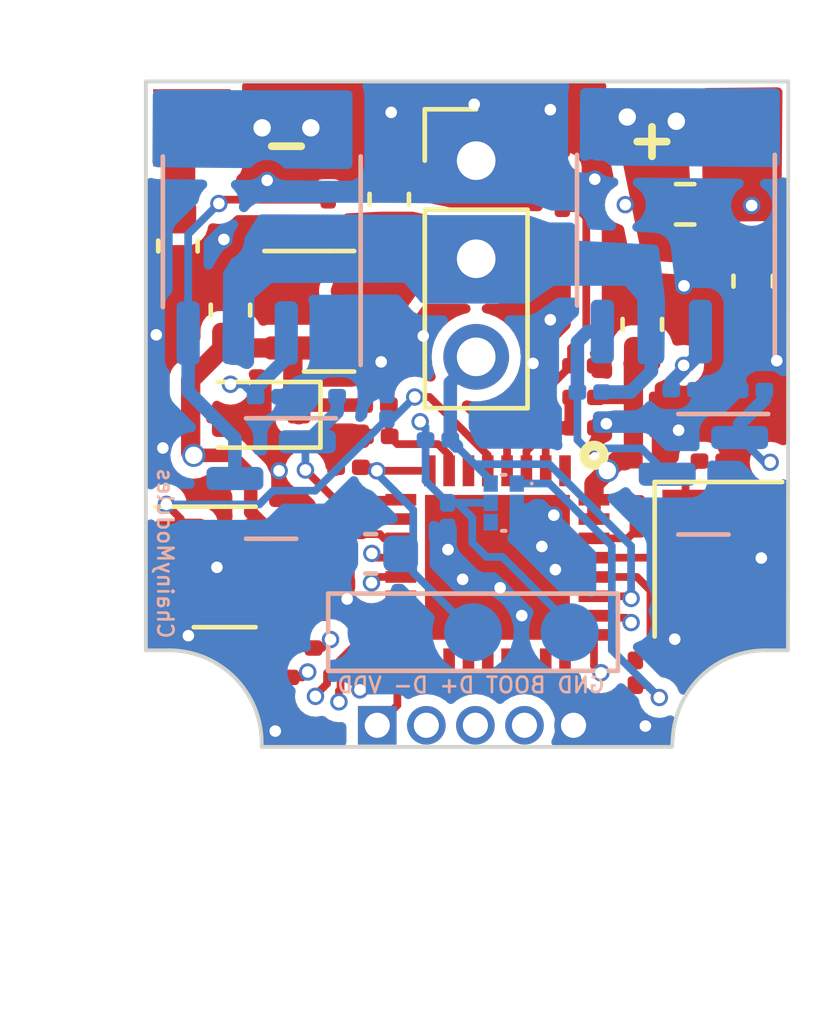
<source format=kicad_pcb>
(kicad_pcb (version 20221018) (generator pcbnew)
  (layers (0 "F.Cu" signal) (1 "In1.Cu" signal) (2 "In2.Cu" signal) (31 "B.Cu" signal) (34 "B.Paste" user) (35 "F.Paste" user) (36 "B.SilkS" user "B.Silkscreen") (37 "F.SilkS" user "F.Silkscreen") (38 "B.Mask" user) (39 "F.Mask" user) (44 "Edge.Cuts" user))
  (net 0 "")
  (net 1 "REF")
  (net 2 "GND")
  (net 3 "+3V3")
  (net 4 "Net-(IC1-VDD3P3_1)")
  (net 5 "Net-(C15-Pad1)")
  (net 6 "VIN")
  (net 7 "AG1")
  (net 8 "G1")
  (net 9 "AG2")
  (net 10 "G3")
  (net 11 "G2")
  (net 12 "G4")
  (net 13 "POT")
  (net 14 "BOOT")
  (net 15 "VM")
  (net 16 "AMP")
  (net 17 "XTAL_N")
  (net 18 "Net-(U5--)")
  (net 19 "Net-(U5-+)")
  (net 20 "Net-(IC1-CHIP_EN)")
  (net 21 "RX")
  (net 22 "USB_D+")
  (net 23 "USB_D-")
  (net 24 "unconnected-(IC1-VDD_SPI-Pad18)")
  (net 25 "Net-(IC2-1A)")
  (net 26 "XTAL_P")
  (net 27 "TX")
  (net 30 "M-")
  (net 35 "M+")
  (net 40 "Net-(J1-Pin_1)")
  (footprint "Connector_PinHeader_2.54mm:PinHeader_1x03_P2.54mm_Vertical" (layer "F.Cu") (at 145.08 89.33)
    (fp_text reference "J3" hide)
    (fp_text value "Conn_01x03_Female")
  )
  (footprint "Capacitor_SMD:C_0201_0603Metric" (layer "F.Cu") (at 141.775 97.27 180)
    (fp_text reference "C19" hide)
    (fp_text value "100nF")
  )
  (footprint "CustomLib:Conn_pad_2x2mm" (layer "F.Cu") (at 137.72 85.43)
    (fp_text reference "J5" hide)
    (fp_text value "M-")
  )
  (footprint "Resistor_SMD:R_0201_0603Metric" (layer "F.Cu") (at 141 99.19 -90)
    (fp_text reference "R10" hide)
    (fp_text value "22k")
  )
  (footprint "Inductor_SMD:L_0201_0603Metric" (layer "F.Cu") (at 147.86 95.46 180)
    (fp_text reference "L1" hide)
    (fp_text value "2nH")
  )
  (footprint "Resistor_SMD:R_0603_1608Metric" (layer "F.Cu") (at 150.49 90.46)
    (fp_text reference "R13" hide)
    (fp_text value "68m")
  )
  (footprint "Capacitor_SMD:C_0201_0603Metric" (layer "F.Cu") (at 150.46 102.18 180)
    (fp_text reference "C16" hide)
    (fp_text value "16pF")
  )
  (footprint "Capacitor_SMD:C_0201_0603Metric" (layer "F.Cu") (at 141.76 99.19 -90)
    (fp_text reference "C10" hide)
    (fp_text value "100nF")
  )
  (footprint "Connector_PinHeader_1.27mm:PinHeader_1x05_P1.27mm_Vertical" (layer "F.Cu") (at 142.52 103.95 90)
    (fp_text reference "J4" hide)
    (fp_text value "Conn_01x05_Female")
  )
  (footprint "Resistor_SMD:R_0201_0603Metric" (layer "F.Cu") (at 139.95 102.71)
    (fp_text reference "R14" hide)
    (fp_text value "33R")
  )
  (footprint "Resistor_SMD:R_0201_0603Metric" (layer "F.Cu") (at 141.25 90.66 90)
    (fp_text reference "R1" hide)
    (fp_text value "1k")
  )
  (footprint "Capacitor_SMD:C_0201_0603Metric" (layer "F.Cu") (at 149.48 97.1)
    (fp_text reference "C11" hide)
    (fp_text value "10nF")
  )
  (footprint "Capacitor_SMD:C_0201_0603Metric" (layer "F.Cu") (at 147.86 96.25)
    (fp_text reference "C14" hide)
    (fp_text value "100nF")
  )
  (footprint "Capacitor_SMD:C_0201_0603Metric" (layer "F.Cu") (at 147.855 94.64)
    (fp_text reference "C1" hide)
    (fp_text value "100nF")
  )
  (footprint "Capacitor_SMD:C_0201_0603Metric" (layer "F.Cu") (at 139.09 101.95 180)
    (fp_text reference "C8" hide)
    (fp_text value "100nF")
  )
  (footprint "Capacitor_SMD:C_0201_0603Metric" (layer "F.Cu") (at 149.46 95.51)
    (fp_text reference "C13" hide)
    (fp_text value "100nF")
  )
  (footprint "Resistor_SMD:R_0201_0603Metric" (layer "F.Cu") (at 147.31 89.335 90)
    (fp_text reference "R16" hide)
    (fp_text value "7k5")
  )
  (footprint "Resistor_SMD:R_0201_0603Metric" (layer "F.Cu") (at 140.55 101.95)
    (fp_text reference "R12" hide)
    (fp_text value "33R")
  )
  (footprint "Diode_SMD:D_SOD-323" (layer "F.Cu") (at 139.44 95.91 180)
    (fp_text reference "D1" hide)
    (fp_text value "BSD3C031V")
  )
  (footprint "Capacitor_SMD:C_0201_0603Metric" (layer "F.Cu") (at 149.46 96.3)
    (fp_text reference "C12" hide)
    (fp_text value "1uF")
  )
  (footprint "Capacitor_SMD:C_0201_0603Metric" (layer "F.Cu") (at 142.72 102.86 180)
    (fp_text reference "C2" hide)
    (fp_text value "100nF")
  )
  (footprint "Resistor_SMD:R_0201_0603Metric" (layer "F.Cu") (at 149.25 98.54 90)
    (fp_text reference "R17" hide)
    (fp_text value "0R")
  )
  (footprint "Resistor_SMD:R_0201_0603Metric" (layer "F.Cu") (at 147.31 90.88 90)
    (fp_text reference "R15" hide)
    (fp_text value "22k")
  )
  (footprint "Resistor_SMD:R_0201_0603Metric" (layer "F.Cu") (at 141.4 100.29)
    (fp_text reference "R11" hide)
    (fp_text value "22k")
  )
  (footprint "Capacitor_SMD:C_0603_1608Metric" (layer "F.Cu") (at 152.25 92.45 -90)
    (fp_text reference "C4" hide)
    (fp_text value "27nF")
  )
  (footprint "Package_TO_SOT_SMD:SOT-23-6" (layer "F.Cu") (at 138.57 99.85)
    (fp_text reference "U5" hide)
    (fp_text value "INA181A1IDBVR")
  )
  (footprint "Capacitor_SMD:C_0201_0603Metric" (layer "F.Cu") (at 142.52 96.47 180)
    (fp_text reference "C17" hide)
    (fp_text value "100nF")
  )
  (footprint "ESP32-C3FH4:QFN50P500X500X90-33N-D" (layer "F.Cu") (at 145.63 99.86 -90)
    (fp_text reference "IC1" hide)
    (fp_text value "ESP32-C3FH4" hide)
  )
  (footprint "Package_TO_SOT_SMD:SOT-23" (layer "F.Cu") (at 141.2725 93.23)
    (fp_text reference "U4" hide)
    (fp_text value "H7233-1")
  )
  (footprint "CustomLib:Conn_pad_2x2mm" (layer "F.Cu") (at 151.96 85.42)
    (fp_text reference "J1" hide)
    (fp_text value "M+")
  )
  (footprint "Capacitor_SMD:C_0603_1608Metric" (layer "F.Cu") (at 149.38 93.57 90)
    (fp_text reference "C21" hide)
    (fp_text value "2.2uF")
  )
  (footprint "Capacitor_SMD:C_0603_1608Metric" (layer "F.Cu") (at 142.83 90.33 90)
    (fp_text reference "C5" hide)
    (fp_text value "2.2uF")
  )
  (footprint "Capacitor_SMD:C_0201_0603Metric" (layer "F.Cu") (at 138.925 97.67 180)
    (fp_text reference "C9" hide)
    (fp_text value "100nF")
  )
  (footprint "Crystal:Crystal_SMD_3225-4Pin_3.2x2.5mm" (layer "F.Cu") (at 151.35 99.65 -90)
    (fp_text reference "Y1" hide)
    (fp_text value "Crystal_GND23")
  )
  (footprint "Capacitor_SMD:C_0201_0603Metric" (layer "F.Cu") (at 151.18 97.11)
    (fp_text reference "C15" hide)
    (fp_text value "16pF")
  )
  (footprint "Capacitor_SMD:C_0603_1608Metric" (layer "F.Cu") (at 137.36 91.54 -90)
    (fp_text reference "C3" hide)
    (fp_text value "27nF")
  )
  (footprint "Resistor_SMD:R_0201_0603Metric" (layer "F.Cu") (at 149.2 102.59 -90)
    (fp_text reference "R18" hide)
    (fp_text value "499R")
  )
  (footprint "Resistor_SMD:R_0201_0603Metric" (layer "F.Cu") (at 142.5 95.66 180)
    (fp_text reference "R19" hide)
    (fp_text value "22k")
  )
  (footprint "Capacitor_SMD:C_0201_0603Metric" (layer "F.Cu") (at 141.39 101.05)
    (fp_text reference "C7" hide)
    (fp_text value "100nF")
  )
  (footprint "Capacitor_SMD:C_0603_1608Metric" (layer "F.Cu") (at 138.72 93.2 90)
    (fp_text reference "C6" hide)
    (fp_text value "2.2uF")
  )
  (footprint "Resistor_SMD:R_0201_0603Metric" (layer "B.Cu") (at 148.02 95.32 180)
    (fp_text reference "R3" hide)
    (fp_text value "1k")
  )
  (footprint "Package_TO_SOT_SMD:SOT-23" (layer "B.Cu") (at 139.7725 97.56 180)
    (fp_text reference "Q1" hide)
    (fp_text value "BSS138")
  )
  (footprint "74LVC2G07GM:PESD3V3L5UF115" (layer "B.Cu") (at 145.793 98.19 -90)
    (fp_text reference "IC2" hide)
    (fp_text value "74LVC2G07GM,132" hide)
  )
  (footprint "Package_SO:SOP-8_3.9x4.9mm_P1.27mm" (layer "B.Cu") (at 139.53 91.17 90)
    (fp_text reference "U1" hide)
    (fp_text value "WSP4606A")
  )
  (footprint "Capacitor_SMD:C_0201_0603Metric" (layer "B.Cu") (at 142.77 95.7 90)
    (fp_text reference "C20" hide)
    (fp_text value "100nF")
  )
  (footprint "Resistor_SMD:R_0201_0603Metric" (layer "B.Cu") (at 139.69 95.44)
    (fp_text reference "R2" hide)
    (fp_text value "22k")
  )
  (footprint "Resistor_SMD:R_0201_0603Metric" (layer "B.Cu") (at 150.45 95.26)
    (fp_text reference "R4" hide)
    (fp_text value "22k")
  )
  (footprint "Resistor_SMD:R_0201_0603Metric" (layer "B.Cu") (at 144.09 96.56 180)
    (fp_text reference "R7" hide)
    (fp_text value "10k")
  )
  (footprint "Resistor_SMD:R_0201_0603Metric" (layer "B.Cu") (at 141.16 95.44 180)
    (fp_text reference "R5" hide)
    (fp_text value "22k")
  )
  (footprint "Capacitor_SMD:C_0201_0603Metric" (layer "B.Cu") (at 144.34 98.51 -90)
    (fp_text reference "C18" hide)
    (fp_text value "100nF")
  )
  (footprint "Capacitor_SMD:C_0603_1608Metric" (layer "B.Cu") (at 142.35 99.51 180)
    (fp_text reference "C22" hide)
    (fp_text value "2.2uF")
  )
  (footprint "Package_TO_SOT_SMD:SOT-23" (layer "B.Cu") (at 150.9625 97.45 180)
    (fp_text reference "Q2" hide)
    (fp_text value "BSS138")
  )
  (footprint "Package_SO:SOP-8_3.9x4.9mm_P1.27mm" (layer "B.Cu") (at 150.25 91.13 90)
    (fp_text reference "U2" hide)
    (fp_text value "WSP4606A")
  )
  (footprint "Resistor_SMD:R_0201_0603Metric" (layer "B.Cu") (at 152.22 95.28 180)
    (fp_text reference "R6" hide)
    (fp_text value "22k")
  )
  (footprint "Connector:Pad_3_potentiometer" (layer "B.Cu") (at 145 97.54 180)
    (fp_text reference "J2" hide)
    (fp_text value "Conn_01x03_Female" hide)
  )
  (gr_line (start 150.15 104.51) (end 150.17 104.26) (stroke (width 0.1)) (layer "Edge.Cuts"))
  (gr_line (start 137.143671 102.008972) (end 136.53 102.01) (stroke (width 0.1)) (layer "Edge.Cuts"))
  (gr_line (start 139.523671 104.258972) (end 139.53 104.51) (stroke (width 0.1)) (layer "Edge.Cuts"))
  (gr_line (start 153.16 87.28) (end 153.15 102.01) (stroke (width 0.1)) (layer "Edge.Cuts"))
  (gr_arc (start 150.17 104.26) (mid 150.916828 102.666222) (end 152.55 102.01) (stroke (width 0.1)) (layer "Edge.Cuts"))
  (gr_line (start 153.15 102.01) (end 152.55 102.01) (stroke (width 0.1)) (layer "Edge.Cuts"))
  (gr_line (start 136.53 87.28) (end 136.53 102.01) (stroke (width 0.1)) (layer "Edge.Cuts"))
  (gr_arc (start 137.143671 102.008972) (mid 138.776843 102.665194) (end 139.523671 104.258972) (stroke (width 0.1)) (layer "Edge.Cuts"))
  (gr_line (start 136.53 87.28) (end 153.16 87.28) (stroke (width 0.1)) (layer "Edge.Cuts"))
  (gr_line (start 139.53 104.51) (end 150.15 104.51) (stroke (width 0.1)) (layer "Edge.Cuts"))
  (gr_text "ChainyModules" (at 137.03 99.5 270) (layer "B.SilkS") (effects (font (size 0.4 0.4) (thickness 0.07) bold) (justify mirror)))
  (gr_text "GND BOOT D+ D- VDD  " (at 144.64 102.91) (layer "B.SilkS") (effects (font (size 0.4 0.4) (thickness 0.07) bold) (justify mirror)))
  (gr_text "-" (at 139.42 89.47) (layer "F.SilkS") (effects (font (size 1 1) (thickness 0.2) bold) (justify left bottom)))
  (gr_text "+" (at 148.88 89.35) (layer "F.SilkS") (effects (font (size 1 1) (thickness 0.2) bold) (justify left bottom)))
  (segment (start 141 100.98) (end 141.07 101.05) (width 0.35) (layer "F.Cu") (net 1))
  (segment (start 139.7075 99.85) (end 140.66 99.85) (width 0.35) (layer "F.Cu") (net 1))
  (segment (start 140.64 99.85) (end 141.08 100.29) (width 0.35) (layer "F.Cu") (net 1))
  (segment (start 139.7075 99.85) (end 140.64 99.85) (width 0.35) (layer "F.Cu") (net 1))
  (segment (start 141 99.51) (end 141 100.98) (width 0.35) (layer "F.Cu") (net 1))
  (segment (start 140.66 99.85) (end 141 99.51) (width 0.35) (layer "F.Cu") (net 1))
  (segment (start 138.36 99.85) (end 138.37 99.86) (width 0.35) (layer "F.Cu") (net 2))
  (segment (start 141.455 97.27) (end 141.455 97.07) (width 0.2) (layer "F.Cu") (net 2))
  (segment (start 150.14 101.64) (end 150.22 101.72) (width 0.2) (layer "F.Cu") (net 2))
  (segment (start 141.76 100.7) (end 141.76 101) (width 0.35) (layer "F.Cu") (net 2))
  (segment (start 152.2 98.55) (end 152.2 97.81) (width 0.2) (layer "F.Cu") (net 2))
  (segment (start 150.5 100.75) (end 150.14 101.11) (width 0.2) (layer "F.Cu") (net 2))
  (segment (start 150.14 101.8) (end 150.14 102.18) (width 0.2) (layer "F.Cu") (net 2))
  (segment (start 149.8 97.1) (end 149.8 95.53) (width 0.35) (layer "F.Cu") (net 2))
  (segment (start 142.055 96.47) (end 142.2 96.47) (width 0.2) (layer "F.Cu") (net 2))
  (segment (start 142.242724 102.86) (end 142.069905 103.032819) (width 0.2) (layer "F.Cu") (net 2))
  (segment (start 150.22 101.72) (end 150.14 101.8) (width 0.2) (layer "F.Cu") (net 2))
  (segment (start 140.54 96.47) (end 139.98 97.03) (width 0.2) (layer "F.Cu") (net 2))
  (segment (start 149.8 95.53) (end 149.78 95.51) (width 0.35) (layer "F.Cu") (net 2))
  (segment (start 142.4 102.86) (end 142.242724 102.86) (width 0.2) (layer "F.Cu") (net 2))
  (segment (start 142.2 96.47) (end 140.54 96.47) (width 0.2) (layer "F.Cu") (net 2))
  (segment (start 148.31 96.25) (end 148.18 96.25) (width 0.2) (layer "F.Cu") (net 2))
  (segment (start 141.76 100.66) (end 141.74 100.68) (width 0.35) (layer "F.Cu") (net 2))
  (segment (start 148.09 96.25) (end 148.45 96.14) (width 0.2) (layer "F.Cu") (net 2))
  (segment (start 141.74 100.68) (end 141.76 100.7) (width 0.35) (layer "F.Cu") (net 2))
  (segment (start 148.2 96.25) (end 148.09 96.25) (width 0.2) (layer "F.Cu") (net 2))
  (segment (start 152.46 98.81) (end 152.2 98.55) (width 0.2) (layer "F.Cu") (net 2))
  (segment (start 150.14 101.11) (end 150.14 101.64) (width 0.2) (layer "F.Cu") (net 2))
  (segment (start 141.455 97.07) (end 142.055 96.47) (width 0.2) (layer "F.Cu") (net 2))
  (segment (start 137.4325 99.85) (end 138.36 99.85) (width 0.35) (layer "F.Cu") (net 2))
  (segment (start 141.76 101) (end 141.71 101.05) (width 0.35) (layer "F.Cu") (net 2))
  (segment (start 141.76 99.51) (end 141.76 100.66) (width 0.35) (layer "F.Cu") (net 2))
  (segment (start 152.2 97.81) (end 151.5 97.11) (width 0.2) (layer "F.Cu") (net 2))
  (segment (start 139.98 97.03) (end 139.98 97.36) (width 0.2) (layer "F.Cu") (net 2))
  (segment (start 148.45 96.14) (end 148.31 96.25) (width 0.2) (layer "F.Cu") (net 2))
  (segment (start 152.46 99.62) (end 152.46 98.81) (width 0.2) (layer "F.Cu") (net 2))
  (via (at 147.09 98.51) (size 0.45) (drill 0.3) (layers "F.Cu" "B.Cu") (net 2))
  (via (at 142.069905 103.032819) (size 0.45) (drill 0.3) (layers "F.Cu" "B.Cu") (net 2))
  (via (at 144.35 99.4) (size 0.45) (drill 0.3) (layers "F.Cu" "B.Cu") (net 2))
  (via (at 136.97 96.77) (size 0.45) (drill 0.3) (layers "F.Cu" "B.Cu") (net 2))
  (via (at 144.73 100.17) (size 0.45) (drill 0.3) (layers "F.Cu" "B.Cu") (net 2))
  (via (at 137.63 101.63) (size 0.45) (drill 0.3) (layers "F.Cu" "B.Cu") (net 2))
  (via (at 145.03 87.87) (size 0.45) (drill 0.3) (layers "F.Cu" "B.Cu") (net 2))
  (via (at 138.37 99.86) (size 0.45) (drill 0.3) (layers "F.Cu" "B.Cu") (net 2))
  (via (at 150.22 101.72) (size 0.45) (drill 0.3) (layers "F.Cu" "B.Cu") (net 2))
  (via (at 150.46 92.57) (size 0.45) (drill 0.3) (layers "F.Cu" "B.Cu") (net 2))
  (via (at 147 93.45) (size 0.45) (drill 0.3) (layers "F.Cu" "B.Cu") (net 2))
  (via (at 147 88.01) (size 0.45) (drill 0.3) (layers "F.Cu" "B.Cu") (net 2))
  (via (at 149.46 103.97) (size 0.45) (drill 0.3) (layers "F.Cu" "B.Cu") (net 2))
  (via (at 142.62 94.54) (size 0.45) (drill 0.3) (layers "F.Cu" "B.Cu") (net 2))
  (via (at 139.67 89.84) (size 0.45) (drill 0.3) (layers "F.Cu" "B.Cu") (net 2))
  (via (at 136.8 93.84) (size 0.45) (drill 0.3) (layers "F.Cu" "B.Cu") (net 2))
  (via (at 152.86 94.51) (size 0.45) (drill 0.3) (layers "F.Cu" "B.Cu") (net 2))
  (via (at 139.98 97.36) (size 0.45) (drill 0.3) (layers "F.Cu" "B.Cu") (net 2))
  (via (at 146.78 99.32) (size 0.45) (drill 0.3) (layers "F.Cu" "B.Cu") (net 2))
  (via (at 143.71 93.87) (size 0.45) (drill 0.3) (layers "F.Cu" "B.Cu") (net 2))
  (via (at 146.26 101.11) (size 0.45) (drill 0.3) (layers "F.Cu" "B.Cu") (net 2))
  (via (at 148.15 89.81) (size 0.45) (drill 0.3) (layers "F.Cu" "B.Cu") (net 2))
  (via (at 142.88 88.08) (size 0.45) (drill 0.3) (layers "F.Cu" "B.Cu") (net 2))
  (via (at 141.74 100.68) (size 0.45) (drill 0.3) (layers "F.Cu" "B.Cu") (net 2))
  (via (at 147.13 99.92) (size 0.45) (drill 0.3) (layers "F.Cu" "B.Cu") (net 2))
  (via (at 148.45 96.14) (size 0.45) (drill 0.3) (layers "F.Cu" "B.Cu") (net 2))
  (via (at 152.46 99.62) (size 0.45) (drill 0.3) (layers "F.Cu" "B.Cu") (net 2))
  (via (at 139.88 104.1) (size 0.45) (drill 0.3) (layers "F.Cu" "B.Cu") (net 2))
  (via (at 138.55 91.37) (size 0.45) (drill 0.3) (layers "F.Cu" "B.Cu") (net 2))
  (via (at 146.55 94.58) (size 0.45) (drill 0.3) (layers "F.Cu" "B.Cu") (net 2))
  (via (at 145.7 100.39) (size 0.45) (drill 0.3) (layers "F.Cu" "B.Cu") (net 2))
  (via (at 150.32 96.31) (size 0.45) (drill 0.3) (layers "F.Cu" "B.Cu") (net 2))
  (segment (start 141.435 93.795) (end 141.435 94.425) (width 0.35) (layer "B.Cu") (net 2))
  (segment (start 144.35 99.4) (end 144.28 99.63) (width 0.2) (layer "B.Cu") (net 2))
  (segment (start 142.62 94.98) (end 142.62 94.54) (width 0.35) (layer "B.Cu") (net 2))
  (segment (start 149.129151 104.300849) (end 149.46 103.97) (width 0.2) (layer "B.Cu") (net 2))
  (segment (start 140.84 95.02) (end 140.84 95.44) (width 0.35) (layer "B.Cu") (net 2))
  (segment (start 146.23 98.29) (end 146.23 98.59) (width 0.2) (layer "B.Cu") (net 2))
  (segment (start 147.950849 104.300849) (end 149.129151 104.300849) (width 0.2) (layer "B.Cu") (net 2))
  (segment (start 140.01 95.44) (end 140.84 95.44) (width 0.35) (layer "B.Cu") (net 2))
  (segment (start 146.13 98.69) (end 146.31 98.51) (width 0.2) (layer "B.Cu") (net 2))
  (segment (start 146.13 98.19) (end 146.23 98.29) (width 0.2) (layer "B.Cu") (net 2))
  (segment (start 150.77 95.26) (end 151.88 95.26) (width 0.35) (layer "B.Cu") (net 2))
  (segment (start 147.6 103.95) (end 147.950849 104.300849) (width 0.2) (layer "B.Cu") (net 2))
  (segment (start 146.23 98.59) (end 146.13 98.69) (width 0.2) (layer "B.Cu") (net 2))
  (segment (start 144.34 99.27) (end 144.35 99.4) (width 0.2) (layer "B.Cu") (net 2))
  (segment (start 144.34 98.83) (end 144.34 99.27) (width 0.2) (layer "B.Cu") (net 2))
  (segment (start 151.88 95.26) (end 151.9 95.28) (width 0.35) (layer "B.Cu") (net 2))
  (segment (start 142.77 95.13) (end 142.62 94.98) (width 0.35) (layer "B.Cu") (net 2))
  (segment (start 146.45 98.51) (end 146.13 98.19) (width 0.2) (layer "B.Cu") (net 2))
  (segment (start 146.31 98.51) (end 147.09 98.51) (width 0.2) (layer "B.Cu") (net 2))
  (segment (start 152.155 93.755) (end 151.9 94.01) (width 0.35) (layer "B.Cu") (net 2))
  (segment (start 142.77 95.38) (end 142.77 95.13) (width 0.35) (layer "B.Cu") (net 2))
  (segment (start 142.18 94.54) (end 141.435 93.795) (width 0.35) (layer "B.Cu") (net 2))
  (segment (start 142.62 94.54) (end 142.18 94.54) (width 0.35) (layer "B.Cu") (net 2))
  (segment (start 141.435 94.425) (end 140.84 95.02) (width 0.35) (layer "B.Cu") (net 2))
  (segment (start 147.09 98.51) (end 146.45 98.51) (width 0.2) (layer "B.Cu") (net 2))
  (segment (start 151.9 94.01) (end 151.9 95.28) (width 0.35) (layer "B.Cu") (net 2))
  (segment (start 148.92 97.1) (end 149.15 96.87) (width 0.5) (layer "F.Cu") (net 3))
  (segment (start 149.14 97.08) (end 149.16 97.1) (width 0.35) (layer "F.Cu") (net 3))
  (segment (start 140.335 94.18) (end 138.925 94.18) (width 0.5) (layer "F.Cu") (net 3))
  (segment (start 142.52 103.95) (end 143.04 103.43) (width 0.2) (layer "F.Cu") (net 3))
  (segment (start 139.245 97.47) (end 138.735 96.96) (width 0.35) (layer "F.Cu") (net 3))
  (segment (start 149.15 96.87) (end 149.15 94.575) (width 0.5) (layer "F.Cu") (net 3))
  (segment (start 148.13 98.61) (end 148.13 98.11) (width 0.35) (layer "F.Cu") (net 3))
  (segment (start 142.142893 99.03) (end 142.172893 99) (width 0.2) (layer "F.Cu") (net 3))
  (segment (start 143.54 102.36) (end 143.04 102.86) (width 0.2) (layer "F.Cu") (net 3))
  (segment (start 149.15 94.575) (end 149.38 94.345) (width 0.5) (layer "F.Cu") (net 3))
  (segment (start 138.735 96.96) (end 137.77 96.96) (width 0.35) (layer "F.Cu") (net 3))
  (segment (start 137.69 96.88) (end 137.77 96.96) (width 0.5) (layer "F.Cu") (net 3))
  (segment (start 139.245 98.4375) (end 139.7075 98.9) (width 0.35) (layer "F.Cu") (net 3))
  (segment (start 142.18 95.66) (end 140.74 95.66) (width 0.35) (layer "F.Cu") (net 3))
  (segment (start 141.79 99.03) (end 142.142893 99.03) (width 0.2) (layer "F.Cu") (net 3))
  (segment (start 148.13 97.7) (end 148.13 97.93) (width 0.5) (layer "F.Cu") (net 3))
  (segment (start 148.13 98.11) (end 148.13 97.93) (width 0.35) (layer "F.Cu") (net 3))
  (segment (start 139.245 97.67) (end 139.245 98.4375) (width 0.35) (layer "F.Cu") (net 3))
  (segment (start 148.18 95.46) (end 149.09 95.46) (width 0.35) (layer "F.Cu") (net 3))
  (segment (start 149.09 95.46) (end 149.14 95.51) (width 0.35) (layer "F.Cu") (net 3))
  (segment (start 137.69 95.005) (end 137.69 96.88) (width 0.5) (layer "F.Cu") (net 3))
  (segment (start 143.88 102.36) (end 143.54 102.36) (width 0.2) (layer "F.Cu") (net 3))
  (segment (start 140.335 95.755) (end 140.49 95.91) (width 0.5) (layer "F.Cu") (net 3))
  (segment (start 148.73 97.1) (end 148.92 97.1) (width 0.5) (layer "F.Cu") (net 3))
  (segment (start 141.76 98.87) (end 139.7375 98.87) (width 0.35) (layer "F.Cu") (net 3))
  (segment (start 141.76 99) (end 141.79 99.03) (width 0.2) (layer "F.Cu") (net 3))
  (segment (start 141.76 98.87) (end 141.76 99) (width 0.2) (layer "F.Cu") (net 3))
  (segment (start 139.7375 98.87) (end 139.7075 98.9) (width 0.35) (layer "F.Cu") (net 3))
  (segment (start 138.72 93.975) (end 137.69 95.005) (width 0.5) (layer "F.Cu") (net 3))
  (segment (start 143.04 103.43) (end 143.04 102.86) (width 0.2) (layer "F.Cu") (net 3))
  (segment (start 138.925 94.18) (end 138.72 93.975) (width 0.5) (layer "F.Cu") (net 3))
  (segment (start 140.335 94.18) (end 140.335 95.755) (width 0.5) (layer "F.Cu") (net 3))
  (segment (start 149.14 94.585) (end 149.38 94.345) (width 0.5) (layer "F.Cu") (net 3))
  (segment (start 140.74 95.66) (end 140.49 95.91) (width 0.35) (layer "F.Cu") (net 3))
  (segment (start 148.475 97.355) (end 148.73 97.1) (width 0.5) (layer "F.Cu") (net 3))
  (segment (start 148.92 97.1) (end 149.16 97.1) (width 0.35) (layer "F.Cu") (net 3))
  (segment (start 142.172893 99) (end 142.587107 99) (width 0.2) (layer "F.Cu") (net 3))
  (segment (start 142.587107 99) (end 142.697107 99.11) (width 0.2) (layer "F.Cu") (net 3))
  (segment (start 148.475 97.355) (end 148.13 97.7) (width 0.5) (layer "F.Cu") (net 3))
  (segment (start 142.697107 99.11) (end 143.13 99.11) (width 0.2) (layer "F.Cu") (net 3))
  (via (at 148.475 97.355) (size 0.6) (drill 0.45) (layers "F.Cu" "B.Cu") (net 3))
  (via (at 137.77 96.96) (size 0.6) (drill 0.45) (layers "F.Cu" "B.Cu") (net 3))
  (via (at 143.63 96.09) (size 0.45) (drill 0.3) (layers "F.Cu" "B.Cu") (net 3))
  (segment (start 145.35 99.59) (end 145.76 99.59) (width 0.2) (layer "B.Cu") (net 3))
  (segment (start 143.77 97.62) (end 144.34 98.19) (width 0.2) (layer "B.Cu") (net 3))
  (segment (start 147.5 101.33) (end 147.5 101.54) (width 0.2) (layer "B.Cu") (net 3))
  (segment (start 143.77 96.23) (end 143.63 96.09) (width 0.2) (layer "B.Cu") (net 3))
  (segment (start 143.72 96.61) (end 143.77 96.56) (width 0.2) (layer "B.Cu") (net 3))
  (segment (start 143.77 96.56) (end 143.77 97.62) (width 0.2) (layer "B.Cu") (net 3))
  (segment (start 144.59 98.19) (end 144.98 98.58) (width 0.2) (layer "B.Cu") (net 3))
  (segment (start 144.34 98.19) (end 145.456 98.19) (width 0.2) (layer "B.Cu") (net 3))
  (segment (start 143.77 96.56) (end 143.77 96.23) (width 0.2) (layer "B.Cu") (net 3))
  (segment (start 144.98 99.22) (end 145.35 99.59) (width 0.2) (layer "B.Cu") (net 3))
  (segment (start 144.34 98.19) (end 144.59 98.19) (width 0.2) (layer "B.Cu") (net 3))
  (segment (start 144.98 98.58) (end 144.98 99.22) (width 0.2) (layer "B.Cu") (net 3))
  (segment (start 145.76 99.59) (end 147.5 101.33) (width 0.2) (layer "B.Cu") (net 3))
  (segment (start 146.6 96.63) (end 146.86 96.63) (width 0.2) (layer "F.Cu") (net 4))
  (segment (start 146.38 97.36) (end 146.38 96.85) (width 0.2) (layer "F.Cu") (net 4))
  (segment (start 146.88 97.36) (end 146.88 96.65) (width 0.2) (layer "F.Cu") (net 4))
  (segment (start 147.54 96.25) (end 147.54 95.46) (width 0.35) (layer "F.Cu") (net 4))
  (segment (start 146.86 96.63) (end 147.24 96.25) (width 0.35) (layer "F.Cu") (net 4))
  (segment (start 146.38 96.85) (end 146.6 96.63) (width 0.2) (layer "F.Cu") (net 4))
  (segment (start 147.24 96.25) (end 147.54 96.25) (width 0.35) (layer "F.Cu") (net 4))
  (segment (start 146.88 96.65) (end 146.86 96.63) (width 0.2) (layer "F.Cu") (net 4))
  (segment (start 150.17 98.22) (end 150.5 98.55) (width 0.2) (layer "F.Cu") (net 5))
  (segment (start 149.25 98.22) (end 150.17 98.22) (width 0.2) (layer "F.Cu") (net 5))
  (segment (start 150.5 97.47) (end 150.86 97.11) (width 0.2) (layer "F.Cu") (net 5))
  (segment (start 150.5 98.55) (end 150.5 97.47) (width 0.2) (layer "F.Cu") (net 5))
  (segment (start 145.75 91.2) (end 145.08 91.87) (width 0.5) (layer "F.Cu") (net 6))
  (segment (start 147.31 91.2) (end 145.75 91.2) (width 0.5) (layer "F.Cu") (net 6))
  (segment (start 149.08 95.32) (end 148.34 95.32) (width 0.35) (layer "B.Cu") (net 6))
  (segment (start 149.615 93.755) (end 149.615 94.785) (width 0.35) (layer "B.Cu") (net 6))
  (segment (start 149.615 94.785) (end 149.08 95.32) (width 0.35) (layer "B.Cu") (net 6))
  (segment (start 141.43 98.11) (end 140.66 97.34) (width 0.2) (layer "F.Cu") (net 7))
  (segment (start 143.13 98.11) (end 141.43 98.11) (width 0.2) (layer "F.Cu") (net 7))
  (via (at 140.66 97.34) (size 0.45) (drill 0.3) (layers "F.Cu" "B.Cu") (net 7))
  (segment (start 140.71 96.61) (end 141.48 95.84) (width 0.35) (layer "B.Cu") (net 7))
  (segment (start 141.48 95.84) (end 141.48 95.44) (width 0.35) (layer "B.Cu") (net 7))
  (segment (start 140.66 97.34) (end 140.66 96.66) (width 0.2) (layer "B.Cu") (net 7))
  (segment (start 140.66 96.66) (end 140.71 96.61) (width 0.2) (layer "B.Cu") (net 7))
  (segment (start 138.42 90.44) (end 138.52 90.34) (width 0.2) (layer "F.Cu") (net 8))
  (segment (start 138.52 90.34) (end 141.25 90.34) (width 0.2) (layer "F.Cu") (net 8))
  (via (at 138.42 90.44) (size 0.45) (drill 0.3) (layers "F.Cu" "B.Cu") (net 8))
  (segment (start 137.625 93.795) (end 137.625 93.205) (width 0.2) (layer "B.Cu") (net 8))
  (segment (start 137.625 93.265) (end 137.625 93.795) (width 0.2) (layer "B.Cu") (net 8))
  (segment (start 138.42 90.44) (end 137.625 91.235) (width 0.2) (layer "B.Cu") (net 8))
  (segment (start 137.625 95.305761) (end 138.835 96.515761) (width 0.35) (layer "B.Cu") (net 8))
  (segment (start 137.625 93.795) (end 137.625 95.305761) (width 0.35) (layer "B.Cu") (net 8))
  (segment (start 138.835 96.515761) (end 138.835 97.56) (width 0.35) (layer "B.Cu") (net 8))
  (segment (start 137.625 91.235) (end 137.625 93.795) (width 0.2) (layer "B.Cu") (net 8))
  (segment (start 142.704974 101.61) (end 143.13 101.61) (width 0.2) (layer "F.Cu") (net 9))
  (segment (start 141.527901 103.059967) (end 141.57 103.017868) (width 0.2) (layer "F.Cu") (net 9))
  (segment (start 141.527901 103.343036) (end 141.527901 103.059967) (width 0.2) (layer "F.Cu") (net 9))
  (segment (start 141.57 102.744974) (end 142.704974 101.61) (width 0.2) (layer "F.Cu") (net 9))
  (segment (start 141.57 103.017868) (end 141.57 102.744974) (width 0.2) (layer "F.Cu") (net 9))
  (via (at 152.69 97.14) (size 0.45) (drill 0.3) (layers "F.Cu" "B.Cu") (net 9))
  (via (at 141.527901 103.343036) (size 0.45) (drill 0.3) (layers "F.Cu" "B.Cu") (net 9))
  (segment (start 152.69 97.14) (end 152.54 97.14) (width 0.2) (layer "B.Cu") (net 9))
  (segment (start 152.54 95.51) (end 152.54 95.28) (width 0.35) (layer "B.Cu") (net 9))
  (segment (start 151.9 96.5) (end 151.9 96.15) (width 0.35) (layer "B.Cu") (net 9))
  (segment (start 152.54 97.14) (end 151.9 96.5) (width 0.2) (layer "B.Cu") (net 9))
  (segment (start 151.9 96.15) (end 152.54 95.51) (width 0.35) (layer "B.Cu") (net 9))
  (segment (start 147.7 96.56) (end 147.92 96.78) (width 0.2) (layer "B.Cu") (net 10))
  (segment (start 148.345 93.755) (end 147.965 93.755) (width 0.35) (layer "B.Cu") (net 10))
  (segment (start 149.355 96.78) (end 150.025 97.45) (width 0.2) (layer "B.Cu") (net 10))
  (segment (start 147.7 95.32) (end 147.7 96.56) (width 0.2) (layer "B.Cu") (net 10))
  (segment (start 147.7 94.02) (end 147.7 95.32) (width 0.35) (layer "B.Cu") (net 10))
  (segment (start 147.92 96.78) (end 149.355 96.78) (width 0.2) (layer "B.Cu") (net 10))
  (segment (start 147.965 93.755) (end 147.7 94.02) (width 0.35) (layer "B.Cu") (net 10))
  (segment (start 143.13 99.61) (end 142.49 99.61) (width 0.2) (layer "F.Cu") (net 11))
  (segment (start 142.49 99.61) (end 142.38 99.5) (width 0.2) (layer "F.Cu") (net 11))
  (via (at 138.72 95.12) (size 0.45) (drill 0.3) (layers "F.Cu" "B.Cu") (net 11))
  (via (at 142.38 99.5) (size 0.45) (drill 0.3) (layers "F.Cu" "B.Cu") (net 11))
  (segment (start 140.165 94.445) (end 139.37 95.24) (width 0.35) (layer "B.Cu") (net 11))
  (segment (start 139.05 95.12) (end 139.37 95.44) (width 0.2) (layer "B.Cu") (net 11))
  (segment (start 139.37 95.24) (end 139.37 95.44) (width 0.35) (layer "B.Cu") (net 11))
  (segment (start 140.165 93.795) (end 140.165 94.445) (width 0.35) (layer "B.Cu") (net 11))
  (segment (start 138.72 95.12) (end 139.05 95.12) (width 0.2) (layer "B.Cu") (net 11))
  (segment (start 143.13 100.11) (end 142.52 100.11) (width 0.2) (layer "F.Cu") (net 12))
  (segment (start 142.52 100.11) (end 142.37 100.26) (width 0.2) (layer "F.Cu") (net 12))
  (via (at 150.45 94.63) (size 0.45) (drill 0.3) (layers "F.Cu" "B.Cu") (net 12))
  (via (at 142.37 100.26) (size 0.45) (drill 0.3) (layers "F.Cu" "B.Cu") (net 12))
  (segment (start 150.13 95.06) (end 150.13 95.26) (width 0.35) (layer "B.Cu") (net 12))
  (segment (start 150.885 94.305) (end 150.885 93.755) (width 0.35) (layer "B.Cu") (net 12))
  (segment (start 150.45 94.63) (end 150.45 94.74) (width 0.35) (layer "B.Cu") (net 12))
  (segment (start 150.56 94.63) (end 150.885 94.305) (width 0.35) (layer "B.Cu") (net 12))
  (segment (start 150.45 94.63) (end 150.56 94.63) (width 0.35) (layer "B.Cu") (net 12))
  (segment (start 150.45 94.74) (end 150.13 95.06) (width 0.35) (layer "B.Cu") (net 12))
  (segment (start 142.51 97.36) (end 143.88 97.36) (width 0.2) (layer "F.Cu") (net 13))
  (segment (start 142.095 97.27) (end 142.42 97.27) (width 0.2) (layer "F.Cu") (net 13))
  (segment (start 142.42 97.27) (end 142.51 97.36) (width 0.2) (layer "F.Cu") (net 13))
  (via (at 142.51 97.36) (size 0.45) (drill 0.3) (layers "F.Cu" "B.Cu") (net 13))
  (segment (start 145 101.54) (end 145 101.34) (width 0.2) (layer "B.Cu") (net 13))
  (segment (start 142.51 97.36) (end 142.51 97.43) (width 0.2) (layer "B.Cu") (net 13))
  (segment (start 143.45 98.37) (end 143.45 99.99) (width 0.2) (layer "B.Cu") (net 13))
  (segment (start 143.45 99.99) (end 145 101.54) (width 0.2) (layer "B.Cu") (net 13))
  (segment (start 142.51 97.43) (end 143.45 98.37) (width 0.2) (layer "B.Cu") (net 13))
  (segment (start 141.22 102.872893) (end 141.22 102.6) (width 0.2) (layer "F.Cu") (net 14))
  (segment (start 140.92 103.2) (end 140.92 103.172893) (width 0.2) (layer "F.Cu") (net 14))
  (segment (start 142.71 101.11) (end 143.13 101.11) (width 0.2) (layer "F.Cu") (net 14))
  (segment (start 140.92 103.172893) (end 141.22 102.872893) (width 0.2) (layer "F.Cu") (net 14))
  (segment (start 141.22 102.6) (end 142.71 101.11) (width 0.2) (layer "F.Cu") (net 14))
  (via (at 140.92 103.2) (size 0.45) (drill 0.3) (layers "F.Cu" "B.Cu") (net 14))
  (segment (start 145.88 96.29) (end 147.53 94.64) (width 0.2) (layer "F.Cu") (net 15))
  (segment (start 147.93 93.795) (end 147.93 90.8) (width 0.2) (layer "F.Cu") (net 15))
  (segment (start 147.53 94.64) (end 147.535 94.64) (width 0.2) (layer "F.Cu") (net 15))
  (segment (start 147.69 90.56) (end 147.31 90.56) (width 0.2) (layer "F.Cu") (net 15))
  (segment (start 147.93 90.8) (end 147.69 90.56) (width 0.2) (layer "F.Cu") (net 15))
  (segment (start 147.31 90.56) (end 147.31 89.655) (width 0.35) (layer "F.Cu") (net 15))
  (segment (start 147.535 94.64) (end 147.535 94.19) (width 0.2) (layer "F.Cu") (net 15))
  (segment (start 147.535 94.19) (end 147.93 93.795) (width 0.2) (layer "F.Cu") (net 15))
  (segment (start 145.88 97.36) (end 145.88 96.29) (width 0.2) (layer "F.Cu") (net 15))
  (segment (start 137.4325 98.6025) (end 137.06 98.23) (width 0.2) (layer "F.Cu") (net 16))
  (segment (start 137.4325 98.9) (end 137.4325 98.6025) (width 0.2) (layer "F.Cu") (net 16))
  (segment (start 145.38 96.956446) (end 145.38 97.36) (width 0.2) (layer "F.Cu") (net 16))
  (segment (start 143.873554 95.45) (end 145.38 96.956446) (width 0.2) (layer "F.Cu") (net 16))
  (segment (start 143.49 95.45) (end 143.873554 95.45) (width 0.2) (layer "F.Cu") (net 16))
  (via (at 143.49 95.45) (size 0.45) (drill 0.3) (layers "F.Cu" "B.Cu") (net 16))
  (via (at 137.06 98.23) (size 0.45) (drill 0.3) (layers "F.Cu" "B.Cu") (net 16))
  (segment (start 140.914314 97.875686) (end 139.8225 97.875686) (width 0.2) (layer "B.Cu") (net 16))
  (segment (start 142.77 96.02) (end 140.914314 97.875686) (width 0.2) (layer "B.Cu") (net 16))
  (segment (start 142.92 96.02) (end 142.77 96.02) (width 0.2) (layer "B.Cu") (net 16))
  (segment (start 143.49 95.45) (end 142.92 96.02) (width 0.2) (layer "B.Cu") (net 16))
  (segment (start 139.468186 98.23) (end 137.06 98.23) (width 0.2) (layer "B.Cu") (net 16))
  (segment (start 139.8225 97.875686) (end 139.468186 98.23) (width 0.2) (layer "B.Cu") (net 16))
  (segment (start 151.06 99.61) (end 152.2 100.75) (width 0.2) (layer "F.Cu") (net 17))
  (segment (start 148.13 99.61) (end 151.06 99.61) (width 0.2) (layer "F.Cu") (net 17))
  (segment (start 152.2 100.75) (end 151.27 101.68) (width 0.2) (layer "F.Cu") (net 17))
  (segment (start 151.27 101.69) (end 150.78 102.18) (width 0.2) (layer "F.Cu") (net 17))
  (segment (start 151.27 101.68) (end 151.27 101.69) (width 0.2) (layer "F.Cu") (net 17))
  (segment (start 139.7075 101.6525) (end 139.41 101.95) (width 0.35) (layer "F.Cu") (net 18))
  (segment (start 139.41 101.95) (end 140.23 101.95) (width 0.35) (layer "F.Cu") (net 18))
  (segment (start 139.7075 100.8) (end 139.7075 101.6525) (width 0.35) (layer "F.Cu") (net 18))
  (segment (start 138.77 102.15) (end 138.77 101.95) (width 0.35) (layer "F.Cu") (net 19))
  (segment (start 139.33 102.71) (end 138.77 102.15) (width 0.35) (layer "F.Cu") (net 19))
  (segment (start 137.4325 100.8) (end 137.62 100.8) (width 0.35) (layer "F.Cu") (net 19))
  (segment (start 139.63 102.71) (end 139.33 102.71) (width 0.35) (layer "F.Cu") (net 19))
  (segment (start 137.62 100.8) (end 138.77 101.95) (width 0.35) (layer "F.Cu") (net 19))
  (segment (start 144.093554 96.67) (end 143.04 96.67) (width 0.2) (layer "F.Cu") (net 20))
  (segment (start 142.82 96.45) (end 142.84 96.47) (width 0.2) (layer "F.Cu") (net 20))
  (segment (start 144.38 96.956446) (end 144.093554 96.67) (width 0.2) (layer "F.Cu") (net 20))
  (segment (start 144.38 97.36) (end 144.38 96.956446) (width 0.2) (layer "F.Cu") (net 20))
  (segment (start 142.82 95.66) (end 142.82 96.45) (width 0.2) (layer "F.Cu") (net 20))
  (segment (start 143.04 96.67) (end 142.84 96.47) (width 0.2) (layer "F.Cu") (net 20))
  (segment (start 149.03477 100.61) (end 149.090485 100.665715) (width 0.2) (layer "F.Cu") (net 21))
  (segment (start 148.13 100.61) (end 149.03477 100.61) (width 0.2) (layer "F.Cu") (net 21))
  (via (at 149.090485 100.665715) (size 0.45) (drill 0.3) (layers "F.Cu" "B.Cu") (net 21))
  (segment (start 144.57 96.72) (end 144.41 96.56) (width 0.35) (layer "B.Cu") (net 21))
  (segment (start 144.41 96.56) (end 144.41 95.08) (width 0.35) (layer "B.Cu") (net 21))
  (segment (start 145.456 97.69) (end 145.456 97.606) (width 0.2) (layer "B.Cu") (net 21))
  (segment (start 144.41 95.08) (end 145.08 94.41) (width 0.35) (layer "B.Cu") (net 21))
  (segment (start 145.456 97.606) (end 145.04 97.19) (width 0.2) (layer "B.Cu") (net 21))
  (segment (start 149.090485 100.665715) (end 149.090485 99.308404) (width 0.2) (layer "B.Cu") (net 21))
  (segment (start 146.972081 97.19) (end 145.04 97.19) (width 0.2) (layer "B.Cu") (net 21))
  (segment (start 149.090485 99.308404) (end 146.972081 97.19) (width 0.2) (layer "B.Cu") (net 21))
  (segment (start 145.04 97.19) (end 144.57 96.72) (width 0.2) (layer "B.Cu") (net 21))
  (segment (start 149.089975 101.290217) (end 148.965473 101.165715) (width 0.2) (layer "F.Cu") (net 22))
  (segment (start 148.965473 101.165715) (end 148.185715 101.165715) (width 0.2) (layer "F.Cu") (net 22))
  (segment (start 148.185715 101.165715) (end 148.13 101.11) (width 0.2) (layer "F.Cu") (net 22))
  (via (at 149.089975 101.290217) (size 0.45) (drill 0.3) (layers "F.Cu" "B.Cu") (net 22))
  (segment (start 148.13 101.61) (end 148.13 102.41) (width 0.2) (layer "F.Cu") (net 23))
  (segment (start 148.13 102.41) (end 148.31 102.59) (width 0.2) (layer "F.Cu") (net 23))
  (via (at 148.31 102.59) (size 0.45) (drill 0.3) (layers "F.Cu" "B.Cu") (net 23))
  (segment (start 144.38 102.36) (end 144.38 102.763554) (width 0.2) (layer "F.Cu") (net 24))
  (segment (start 149.5 102.91) (end 149.82 103.23) (width 0.2) (layer "F.Cu") (net 25))
  (segment (start 149.2 102.91) (end 149.5 102.91) (width 0.2) (layer "F.Cu") (net 25))
  (via (at 149.82 103.23) (size 0.45) (drill 0.3) (layers "F.Cu" "B.Cu") (net 25))
  (segment (start 149.82 103.23) (end 148.589975 101.999975) (width 0.2) (layer "B.Cu") (net 25))
  (segment (start 148.589975 101.999975) (end 148.589975 99.302868) (width 0.2) (layer "B.Cu") (net 25))
  (segment (start 146.977107 97.69) (end 146.13 97.69) (width 0.2) (layer "B.Cu") (net 25))
  (segment (start 148.589975 99.302868) (end 146.977107 97.69) (width 0.2) (layer "B.Cu") (net 25))
  (segment (start 149 99.11) (end 149.25 98.86) (width 0.2) (layer "F.Cu") (net 26))
  (segment (start 148.13 99.11) (end 149 99.11) (width 0.2) (layer "F.Cu") (net 26))
  (segment (start 148.13 100.11) (end 149.241877 100.11) (width 0.2) (layer "F.Cu") (net 27))
  (segment (start 149.590485 100.458608) (end 149.590485 101.879515) (width 0.2) (layer "F.Cu") (net 27))
  (segment (start 149.590485 101.879515) (end 149.2 102.27) (width 0.2) (layer "F.Cu") (net 27))
  (segment (start 149.241877 100.11) (end 149.590485 100.458608) (width 0.2) (layer "F.Cu") (net 27))
  (segment (start 137.41 90.765) (end 137.41 88.79) (width 0.8) (layer "F.Cu") (net 30))
  (segment (start 137.72 88.48) (end 139.54 88.48) (width 0.8) (layer "F.Cu") (net 30))
  (segment (start 137.41 88.79) (end 137.72 88.48) (width 0.8) (layer "F.Cu") (net 30))
  (segment (start 139.54 88.48) (end 140.8 88.48) (width 0.8) (layer "F.Cu") (net 30))
  (via (at 139.54 88.48) (size 0.6) (drill 0.45) (layers "F.Cu" "B.Cu") (net 30))
  (via (at 140.8 88.48) (size 0.6) (drill 0.45) (layers "F.Cu" "B.Cu") (net 30))
  (segment (start 141.09 101.95) (end 141.31 101.73) (width 0.2) (layer "F.Cu") (net 35))
  (segment (start 149.665 90.46) (end 148.95 90.46) (width 0.2) (layer "F.Cu") (net 35))
  (segment (start 140.87 101.95) (end 141.09 101.95) (width 0.2) (layer "F.Cu") (net 35))
  (segment (start 148.95 90.46) (end 148.94 90.47) (width 0.2) (layer "F.Cu") (net 35))
  (via (at 148.99 88.2) (size 0.6) (drill 0.45) (layers "F.Cu" "B.Cu") (net 35))
  (via (at 148.94 90.47) (size 0.45) (drill 0.3) (layers "F.Cu" "B.Cu") (net 35))
  (via (at 141.31 101.73) (size 0.45) (drill 0.3) (layers "F.Cu" "B.Cu") (net 35))
  (via (at 150.26 88.31) (size 0.6) (drill 0.45) (layers "F.Cu" "B.Cu") (net 35))
  (segment (start 152.18 90.46) (end 152.21 90.49) (width 0.2) (layer "F.Cu") (net 40))
  (segment (start 140.27 102.71) (end 140.58 102.71) (width 0.2) (layer "F.Cu") (net 40))
  (segment (start 151.315 90.46) (end 152.18 90.46) (width 0.2) (layer "F.Cu") (net 40))
  (segment (start 140.58 102.71) (end 140.72 102.57) (width 0.2) (layer "F.Cu") (net 40))
  (via (at 140.72 102.57) (size 0.45) (drill 0.3) (layers "F.Cu" "B.Cu") (net 40))
  (via (at 152.21 90.49) (size 0.45) (drill 0.3) (layers "F.Cu" "B.Cu") (net 40))
  (zone (net 40) (net_name "Net-(J1-Pin_1)") (layer "F.Cu") (priority 4) (connect_pads yes (clearance 0.3)) (min_thickness 0.25) (fill yes (thermal_gap 0.5) (thermal_bridge_width 0.5))
    (polygon (pts (xy 150.91 87.45) (xy 150.95 90.92) (xy 152.98 90.89) (xy 153.01 87.43)))
  )
  (zone (net 35) (net_name "M+") (layer "F.Cu") (priority 3) (connect_pads yes (clearance 0.3)) (min_thickness 0.25) (fill yes (thermal_gap 0.5) (thermal_bridge_width 0.5))
    (polygon (pts (xy 148.53 87.7) (xy 149.39 91.91) (xy 152.78 92.13) (xy 152.81 91.2) (xy 150.68 91.06) (xy 150.56 88.81) (xy 150.57 87.71)))
  )
  (zone (net 6) (net_name "VIN") (layer "F.Cu") (priority 5) (connect_pads yes (clearance 0.3)) (min_thickness 0.25) (fill yes (thermal_gap 0.5) (thermal_bridge_width 0.5))
    (polygon (pts (xy 147.53 90.97) (xy 147.52 91.51) (xy 146.18 91.51) (xy 145.72 92.73) (xy 143.58 92.73) (xy 142.97 93.57) (xy 141.47 93.58) (xy 141.04 91.18) (xy 141.03 90.73) (xy 142.61 90.65) (xy 143.43 90.65) (xy 144.57 90.89)))
  )
  (zone (net 2) (net_name "GND") (layers "F.Cu" "In1.Cu" "In2.Cu" "B.Cu") (connect_pads yes (clearance 0.3)) (min_thickness 0.254) (fill yes (thermal_gap 0.508) (thermal_bridge_width 0.508))
    (polygon (pts (xy 154.48 86.34) (xy 154.35 105.97) (xy 135.21 105.81) (xy 135.18 86.18)))
  )
  (zone (net 30) (net_name "M-") (layer "B.Cu") (priority 1) (connect_pads yes (clearance 0.3)) (min_thickness 0.25) (fill yes (thermal_gap 0.5) (thermal_bridge_width 0.5))
    (polygon (pts (xy 136.71 87.5) (xy 141.88 87.51) (xy 141.88 89.55) (xy 136.7 89.5)))
  )
  (zone (net 35) (net_name "M+") (layer "B.Cu") (priority 1) (connect_pads yes (clearance 0.3)) (min_thickness 0.25) (fill yes (thermal_gap 0.5) (thermal_bridge_width 0.5))
    (polygon (pts (xy 147.77 87.45) (xy 152.94 87.46) (xy 152.94 89.5) (xy 147.76 89.45)))
  )
  (zone (net 6) (net_name "VIN") (layer "B.Cu") (priority 2) (connect_pads yes (clearance 0.3)) (min_thickness 0.25) (fill yes (thermal_gap 0.5) (thermal_bridge_width 0.5))
    (polygon (pts (xy 149.95 94.59) (xy 149.97 92.94) (xy 149.8 91.51) (xy 147.67 91.4) (xy 147.64 90.93) (xy 146.97 90.93) (xy 146.43 90.74) (xy 143.77 90.74) (xy 143.23 90.73) (xy 139.46 90.72) (xy 138.53 92.22) (xy 138.51 94.81) (xy 139.33 94.83) (xy 139.34 92.88) (xy 139.79 92.5) (xy 143.22 92.49) (xy 143.67 93.03) (xy 146.43 93.03) (xy 147.09 92.57) (xy 148.93 92.57) (xy 149.25 92.93) (xy 149.26 94.61)))
  )
)
</source>
